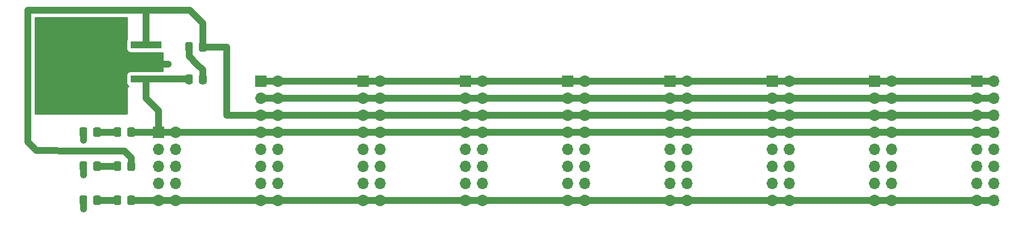
<source format=gbr>
G04 #@! TF.GenerationSoftware,KiCad,Pcbnew,(5.1.6-0-10_14)*
G04 #@! TF.CreationDate,2020-09-27T23:01:40+01:00*
G04 #@! TF.ProjectId,PSUExtensionBoard,50535545-7874-4656-9e73-696f6e426f61,rev?*
G04 #@! TF.SameCoordinates,Original*
G04 #@! TF.FileFunction,Copper,L1,Top*
G04 #@! TF.FilePolarity,Positive*
%FSLAX46Y46*%
G04 Gerber Fmt 4.6, Leading zero omitted, Abs format (unit mm)*
G04 Created by KiCad (PCBNEW (5.1.6-0-10_14)) date 2020-09-27 23:01:40*
%MOMM*%
%LPD*%
G01*
G04 APERTURE LIST*
G04 #@! TA.AperFunction,SMDPad,CuDef*
%ADD10R,4.600000X1.100000*%
G04 #@! TD*
G04 #@! TA.AperFunction,SMDPad,CuDef*
%ADD11R,9.400000X10.800000*%
G04 #@! TD*
G04 #@! TA.AperFunction,ComponentPad*
%ADD12R,1.700000X1.700000*%
G04 #@! TD*
G04 #@! TA.AperFunction,ComponentPad*
%ADD13O,1.700000X1.700000*%
G04 #@! TD*
G04 #@! TA.AperFunction,ViaPad*
%ADD14C,0.800000*%
G04 #@! TD*
G04 #@! TA.AperFunction,Conductor*
%ADD15C,1.000000*%
G04 #@! TD*
G04 #@! TA.AperFunction,Conductor*
%ADD16C,0.254000*%
G04 #@! TD*
G04 APERTURE END LIST*
D10*
X66735000Y-92392500D03*
X66735000Y-89852500D03*
X66735000Y-87312500D03*
D11*
X57585000Y-89852500D03*
G04 #@! TA.AperFunction,SMDPad,CuDef*
G36*
G01*
X72568000Y-92906001D02*
X72568000Y-92005999D01*
G75*
G02*
X72817999Y-91756000I249999J0D01*
G01*
X73468001Y-91756000D01*
G75*
G02*
X73718000Y-92005999I0J-249999D01*
G01*
X73718000Y-92906001D01*
G75*
G02*
X73468001Y-93156000I-249999J0D01*
G01*
X72817999Y-93156000D01*
G75*
G02*
X72568000Y-92906001I0J249999D01*
G01*
G37*
G04 #@! TD.AperFunction*
G04 #@! TA.AperFunction,SMDPad,CuDef*
G36*
G01*
X74618000Y-92906001D02*
X74618000Y-92005999D01*
G75*
G02*
X74867999Y-91756000I249999J0D01*
G01*
X75518001Y-91756000D01*
G75*
G02*
X75768000Y-92005999I0J-249999D01*
G01*
X75768000Y-92906001D01*
G75*
G02*
X75518001Y-93156000I-249999J0D01*
G01*
X74867999Y-93156000D01*
G75*
G02*
X74618000Y-92906001I0J249999D01*
G01*
G37*
G04 #@! TD.AperFunction*
G04 #@! TA.AperFunction,SMDPad,CuDef*
G36*
G01*
X73718000Y-87179999D02*
X73718000Y-88080001D01*
G75*
G02*
X73468001Y-88330000I-249999J0D01*
G01*
X72817999Y-88330000D01*
G75*
G02*
X72568000Y-88080001I0J249999D01*
G01*
X72568000Y-87179999D01*
G75*
G02*
X72817999Y-86930000I249999J0D01*
G01*
X73468001Y-86930000D01*
G75*
G02*
X73718000Y-87179999I0J-249999D01*
G01*
G37*
G04 #@! TD.AperFunction*
G04 #@! TA.AperFunction,SMDPad,CuDef*
G36*
G01*
X75768000Y-87179999D02*
X75768000Y-88080001D01*
G75*
G02*
X75518001Y-88330000I-249999J0D01*
G01*
X74867999Y-88330000D01*
G75*
G02*
X74618000Y-88080001I0J249999D01*
G01*
X74618000Y-87179999D01*
G75*
G02*
X74867999Y-86930000I249999J0D01*
G01*
X75518001Y-86930000D01*
G75*
G02*
X75768000Y-87179999I0J-249999D01*
G01*
G37*
G04 #@! TD.AperFunction*
G04 #@! TA.AperFunction,SMDPad,CuDef*
G36*
G01*
X56820000Y-105860001D02*
X56820000Y-104959999D01*
G75*
G02*
X57069999Y-104710000I249999J0D01*
G01*
X57720001Y-104710000D01*
G75*
G02*
X57970000Y-104959999I0J-249999D01*
G01*
X57970000Y-105860001D01*
G75*
G02*
X57720001Y-106110000I-249999J0D01*
G01*
X57069999Y-106110000D01*
G75*
G02*
X56820000Y-105860001I0J249999D01*
G01*
G37*
G04 #@! TD.AperFunction*
G04 #@! TA.AperFunction,SMDPad,CuDef*
G36*
G01*
X58870000Y-105860001D02*
X58870000Y-104959999D01*
G75*
G02*
X59119999Y-104710000I249999J0D01*
G01*
X59770001Y-104710000D01*
G75*
G02*
X60020000Y-104959999I0J-249999D01*
G01*
X60020000Y-105860001D01*
G75*
G02*
X59770001Y-106110000I-249999J0D01*
G01*
X59119999Y-106110000D01*
G75*
G02*
X58870000Y-105860001I0J249999D01*
G01*
G37*
G04 #@! TD.AperFunction*
G04 #@! TA.AperFunction,SMDPad,CuDef*
G36*
G01*
X57970000Y-110039999D02*
X57970000Y-110940001D01*
G75*
G02*
X57720001Y-111190000I-249999J0D01*
G01*
X57069999Y-111190000D01*
G75*
G02*
X56820000Y-110940001I0J249999D01*
G01*
X56820000Y-110039999D01*
G75*
G02*
X57069999Y-109790000I249999J0D01*
G01*
X57720001Y-109790000D01*
G75*
G02*
X57970000Y-110039999I0J-249999D01*
G01*
G37*
G04 #@! TD.AperFunction*
G04 #@! TA.AperFunction,SMDPad,CuDef*
G36*
G01*
X60020000Y-110039999D02*
X60020000Y-110940001D01*
G75*
G02*
X59770001Y-111190000I-249999J0D01*
G01*
X59119999Y-111190000D01*
G75*
G02*
X58870000Y-110940001I0J249999D01*
G01*
X58870000Y-110039999D01*
G75*
G02*
X59119999Y-109790000I249999J0D01*
G01*
X59770001Y-109790000D01*
G75*
G02*
X60020000Y-110039999I0J-249999D01*
G01*
G37*
G04 #@! TD.AperFunction*
G04 #@! TA.AperFunction,SMDPad,CuDef*
G36*
G01*
X56820000Y-100780001D02*
X56820000Y-99879999D01*
G75*
G02*
X57069999Y-99630000I249999J0D01*
G01*
X57720001Y-99630000D01*
G75*
G02*
X57970000Y-99879999I0J-249999D01*
G01*
X57970000Y-100780001D01*
G75*
G02*
X57720001Y-101030000I-249999J0D01*
G01*
X57069999Y-101030000D01*
G75*
G02*
X56820000Y-100780001I0J249999D01*
G01*
G37*
G04 #@! TD.AperFunction*
G04 #@! TA.AperFunction,SMDPad,CuDef*
G36*
G01*
X58870000Y-100780001D02*
X58870000Y-99879999D01*
G75*
G02*
X59119999Y-99630000I249999J0D01*
G01*
X59770001Y-99630000D01*
G75*
G02*
X60020000Y-99879999I0J-249999D01*
G01*
X60020000Y-100780001D01*
G75*
G02*
X59770001Y-101030000I-249999J0D01*
G01*
X59119999Y-101030000D01*
G75*
G02*
X58870000Y-100780001I0J249999D01*
G01*
G37*
G04 #@! TD.AperFunction*
D12*
X68580000Y-100330000D03*
D13*
X71120000Y-100330000D03*
X68580000Y-102870000D03*
X71120000Y-102870000D03*
X68580000Y-105410000D03*
X71120000Y-105410000D03*
X68580000Y-107950000D03*
X71120000Y-107950000D03*
X68580000Y-110490000D03*
X71120000Y-110490000D03*
D12*
X83820000Y-92710000D03*
D13*
X86360000Y-92710000D03*
X83820000Y-95250000D03*
X86360000Y-95250000D03*
X83820000Y-97790000D03*
X86360000Y-97790000D03*
X83820000Y-100330000D03*
X86360000Y-100330000D03*
X83820000Y-102870000D03*
X86360000Y-102870000D03*
X83820000Y-105410000D03*
X86360000Y-105410000D03*
X83820000Y-107950000D03*
X86360000Y-107950000D03*
X83820000Y-110490000D03*
X86360000Y-110490000D03*
X101600000Y-110490000D03*
X99060000Y-110490000D03*
X101600000Y-107950000D03*
X99060000Y-107950000D03*
X101600000Y-105410000D03*
X99060000Y-105410000D03*
X101600000Y-102870000D03*
X99060000Y-102870000D03*
X101600000Y-100330000D03*
X99060000Y-100330000D03*
X101600000Y-97790000D03*
X99060000Y-97790000D03*
X101600000Y-95250000D03*
X99060000Y-95250000D03*
X101600000Y-92710000D03*
D12*
X99060000Y-92710000D03*
X114300000Y-92710000D03*
D13*
X116840000Y-92710000D03*
X114300000Y-95250000D03*
X116840000Y-95250000D03*
X114300000Y-97790000D03*
X116840000Y-97790000D03*
X114300000Y-100330000D03*
X116840000Y-100330000D03*
X114300000Y-102870000D03*
X116840000Y-102870000D03*
X114300000Y-105410000D03*
X116840000Y-105410000D03*
X114300000Y-107950000D03*
X116840000Y-107950000D03*
X114300000Y-110490000D03*
X116840000Y-110490000D03*
X132080000Y-110490000D03*
X129540000Y-110490000D03*
X132080000Y-107950000D03*
X129540000Y-107950000D03*
X132080000Y-105410000D03*
X129540000Y-105410000D03*
X132080000Y-102870000D03*
X129540000Y-102870000D03*
X132080000Y-100330000D03*
X129540000Y-100330000D03*
X132080000Y-97790000D03*
X129540000Y-97790000D03*
X132080000Y-95250000D03*
X129540000Y-95250000D03*
X132080000Y-92710000D03*
D12*
X129540000Y-92710000D03*
X144780000Y-92710000D03*
D13*
X147320000Y-92710000D03*
X144780000Y-95250000D03*
X147320000Y-95250000D03*
X144780000Y-97790000D03*
X147320000Y-97790000D03*
X144780000Y-100330000D03*
X147320000Y-100330000D03*
X144780000Y-102870000D03*
X147320000Y-102870000D03*
X144780000Y-105410000D03*
X147320000Y-105410000D03*
X144780000Y-107950000D03*
X147320000Y-107950000D03*
X144780000Y-110490000D03*
X147320000Y-110490000D03*
X162560000Y-110490000D03*
X160020000Y-110490000D03*
X162560000Y-107950000D03*
X160020000Y-107950000D03*
X162560000Y-105410000D03*
X160020000Y-105410000D03*
X162560000Y-102870000D03*
X160020000Y-102870000D03*
X162560000Y-100330000D03*
X160020000Y-100330000D03*
X162560000Y-97790000D03*
X160020000Y-97790000D03*
X162560000Y-95250000D03*
X160020000Y-95250000D03*
X162560000Y-92710000D03*
D12*
X160020000Y-92710000D03*
X175260000Y-92710000D03*
D13*
X177800000Y-92710000D03*
X175260000Y-95250000D03*
X177800000Y-95250000D03*
X175260000Y-97790000D03*
X177800000Y-97790000D03*
X175260000Y-100330000D03*
X177800000Y-100330000D03*
X175260000Y-102870000D03*
X177800000Y-102870000D03*
X175260000Y-105410000D03*
X177800000Y-105410000D03*
X175260000Y-107950000D03*
X177800000Y-107950000D03*
X175260000Y-110490000D03*
X177800000Y-110490000D03*
X193040000Y-110490000D03*
X190500000Y-110490000D03*
X193040000Y-107950000D03*
X190500000Y-107950000D03*
X193040000Y-105410000D03*
X190500000Y-105410000D03*
X193040000Y-102870000D03*
X190500000Y-102870000D03*
X193040000Y-100330000D03*
X190500000Y-100330000D03*
X193040000Y-97790000D03*
X190500000Y-97790000D03*
X193040000Y-95250000D03*
X190500000Y-95250000D03*
X193040000Y-92710000D03*
D12*
X190500000Y-92710000D03*
G04 #@! TA.AperFunction,SMDPad,CuDef*
G36*
G01*
X61900000Y-105860001D02*
X61900000Y-104959999D01*
G75*
G02*
X62149999Y-104710000I249999J0D01*
G01*
X62800001Y-104710000D01*
G75*
G02*
X63050000Y-104959999I0J-249999D01*
G01*
X63050000Y-105860001D01*
G75*
G02*
X62800001Y-106110000I-249999J0D01*
G01*
X62149999Y-106110000D01*
G75*
G02*
X61900000Y-105860001I0J249999D01*
G01*
G37*
G04 #@! TD.AperFunction*
G04 #@! TA.AperFunction,SMDPad,CuDef*
G36*
G01*
X63950000Y-105860001D02*
X63950000Y-104959999D01*
G75*
G02*
X64199999Y-104710000I249999J0D01*
G01*
X64850001Y-104710000D01*
G75*
G02*
X65100000Y-104959999I0J-249999D01*
G01*
X65100000Y-105860001D01*
G75*
G02*
X64850001Y-106110000I-249999J0D01*
G01*
X64199999Y-106110000D01*
G75*
G02*
X63950000Y-105860001I0J249999D01*
G01*
G37*
G04 #@! TD.AperFunction*
G04 #@! TA.AperFunction,SMDPad,CuDef*
G36*
G01*
X61900000Y-110940001D02*
X61900000Y-110039999D01*
G75*
G02*
X62149999Y-109790000I249999J0D01*
G01*
X62800001Y-109790000D01*
G75*
G02*
X63050000Y-110039999I0J-249999D01*
G01*
X63050000Y-110940001D01*
G75*
G02*
X62800001Y-111190000I-249999J0D01*
G01*
X62149999Y-111190000D01*
G75*
G02*
X61900000Y-110940001I0J249999D01*
G01*
G37*
G04 #@! TD.AperFunction*
G04 #@! TA.AperFunction,SMDPad,CuDef*
G36*
G01*
X63950000Y-110940001D02*
X63950000Y-110039999D01*
G75*
G02*
X64199999Y-109790000I249999J0D01*
G01*
X64850001Y-109790000D01*
G75*
G02*
X65100000Y-110039999I0J-249999D01*
G01*
X65100000Y-110940001D01*
G75*
G02*
X64850001Y-111190000I-249999J0D01*
G01*
X64199999Y-111190000D01*
G75*
G02*
X63950000Y-110940001I0J249999D01*
G01*
G37*
G04 #@! TD.AperFunction*
G04 #@! TA.AperFunction,SMDPad,CuDef*
G36*
G01*
X63050000Y-99879999D02*
X63050000Y-100780001D01*
G75*
G02*
X62800001Y-101030000I-249999J0D01*
G01*
X62149999Y-101030000D01*
G75*
G02*
X61900000Y-100780001I0J249999D01*
G01*
X61900000Y-99879999D01*
G75*
G02*
X62149999Y-99630000I249999J0D01*
G01*
X62800001Y-99630000D01*
G75*
G02*
X63050000Y-99879999I0J-249999D01*
G01*
G37*
G04 #@! TD.AperFunction*
G04 #@! TA.AperFunction,SMDPad,CuDef*
G36*
G01*
X65100000Y-99879999D02*
X65100000Y-100780001D01*
G75*
G02*
X64850001Y-101030000I-249999J0D01*
G01*
X64199999Y-101030000D01*
G75*
G02*
X63950000Y-100780001I0J249999D01*
G01*
X63950000Y-99879999D01*
G75*
G02*
X64199999Y-99630000I249999J0D01*
G01*
X64850001Y-99630000D01*
G75*
G02*
X65100000Y-99879999I0J-249999D01*
G01*
G37*
G04 #@! TD.AperFunction*
D14*
X74295000Y-90170000D03*
X70035000Y-90170000D03*
X50800000Y-96901000D03*
X50800000Y-83883500D03*
X52350000Y-83883500D03*
X53900000Y-83883500D03*
X55450000Y-83883500D03*
X57000000Y-83883500D03*
X58550000Y-83883500D03*
X60100000Y-83883500D03*
X61650000Y-83883500D03*
X63200000Y-83883500D03*
X52350000Y-96901000D03*
X53900000Y-96901000D03*
X55450000Y-96901000D03*
X57000000Y-96901000D03*
X58550000Y-96901000D03*
X60100000Y-96901000D03*
X61650000Y-96901000D03*
X63200000Y-96901000D03*
X50800000Y-85333500D03*
X50800000Y-86783500D03*
X50800000Y-88233500D03*
X50800000Y-89683500D03*
X50800000Y-91133500D03*
X50800000Y-92583500D03*
X50800000Y-94033500D03*
X50800000Y-95483500D03*
X57404000Y-111760000D03*
X57395000Y-101591000D03*
X57404000Y-106680000D03*
X52350000Y-85333500D03*
X52350000Y-86783500D03*
X52350000Y-88233500D03*
X52350000Y-89683500D03*
X52350000Y-91133500D03*
X52350000Y-92583500D03*
X52350000Y-94033500D03*
X52350000Y-95483500D03*
X53900000Y-95483500D03*
X55450000Y-95483500D03*
X57000000Y-95483500D03*
X58550000Y-95483500D03*
X60100000Y-95483500D03*
X61650000Y-95483500D03*
X63200000Y-95483500D03*
D15*
X73143000Y-87630000D02*
X73143000Y-89018000D01*
X73143000Y-89018000D02*
X74295000Y-90170000D01*
X75193000Y-91068000D02*
X74295000Y-90170000D01*
X75193000Y-92710000D02*
X75193000Y-91068000D01*
X66735000Y-90170000D02*
X70035000Y-90170000D01*
X66735000Y-90170000D02*
X57585000Y-90170000D01*
X57404000Y-110499000D02*
X57404000Y-111760000D01*
X57395000Y-100330000D02*
X57395000Y-101591000D01*
X57404000Y-105165000D02*
X57404000Y-106680000D01*
X59445000Y-110490000D02*
X62230000Y-110490000D01*
X59690000Y-100330000D02*
X62230000Y-100330000D01*
X66735000Y-95310000D02*
X66738500Y-92392500D01*
X68580000Y-97155000D02*
X66735000Y-95310000D01*
X68580000Y-100330000D02*
X68580000Y-97155000D01*
X72825500Y-92392500D02*
X73143000Y-92710000D01*
X66735000Y-92392500D02*
X72825500Y-92392500D01*
X64643000Y-100330000D02*
X193040000Y-100330000D01*
X83820000Y-97790000D02*
X193040000Y-97790000D01*
X75193000Y-87630000D02*
X78740000Y-87630000D01*
X78740000Y-87630000D02*
X78740000Y-97790000D01*
X78740000Y-97790000D02*
X83820000Y-97790000D01*
X75193000Y-84083000D02*
X75193000Y-87630000D01*
X73240010Y-82130010D02*
X75193000Y-84083000D01*
X66675000Y-82130010D02*
X73240010Y-82130010D01*
X66735000Y-82130010D02*
X66738500Y-87312500D01*
X49110010Y-82130010D02*
X66735000Y-82130010D01*
X49110010Y-101815010D02*
X49110010Y-82130010D01*
X50410000Y-103115000D02*
X49110010Y-101815010D01*
X56896000Y-103124000D02*
X50410000Y-103115000D01*
X63500000Y-103124000D02*
X56896000Y-103124000D01*
X64525000Y-104149000D02*
X63500000Y-103124000D01*
X64525000Y-105410000D02*
X64525000Y-104149000D01*
X59445000Y-105410000D02*
X62475000Y-105410000D01*
X64579500Y-110490000D02*
X193040000Y-110490000D01*
X83820000Y-92710000D02*
X193040000Y-92710000D01*
X193040000Y-95250000D02*
X83820000Y-95250000D01*
D16*
G36*
X63881000Y-86451901D02*
G01*
X63845498Y-86518320D01*
X63809188Y-86638018D01*
X63796928Y-86762500D01*
X63796928Y-87862500D01*
X63809188Y-87986982D01*
X63845498Y-88106680D01*
X63904463Y-88216994D01*
X63983815Y-88313685D01*
X64080506Y-88393037D01*
X64190820Y-88452002D01*
X64310518Y-88488312D01*
X64435000Y-88500572D01*
X69035000Y-88500572D01*
X69159482Y-88488312D01*
X69215000Y-88471471D01*
X69215000Y-91233529D01*
X69159482Y-91216688D01*
X69035000Y-91204428D01*
X64435000Y-91204428D01*
X64310518Y-91216688D01*
X64190820Y-91252998D01*
X64080506Y-91311963D01*
X63983815Y-91391315D01*
X63904463Y-91488006D01*
X63845498Y-91598320D01*
X63809188Y-91718018D01*
X63796928Y-91842500D01*
X63796928Y-92942500D01*
X63809188Y-93066982D01*
X63845498Y-93186680D01*
X63904463Y-93296994D01*
X63983815Y-93393685D01*
X64079242Y-93472000D01*
X64008000Y-93472000D01*
X63983224Y-93474440D01*
X63959399Y-93481667D01*
X63937443Y-93493403D01*
X63918197Y-93509197D01*
X63902403Y-93528443D01*
X63890667Y-93550399D01*
X63883440Y-93574224D01*
X63881000Y-93599000D01*
X63881000Y-97536000D01*
X50245010Y-97536000D01*
X50245010Y-83265010D01*
X63881000Y-83265010D01*
X63881000Y-86451901D01*
G37*
X63881000Y-86451901D02*
X63845498Y-86518320D01*
X63809188Y-86638018D01*
X63796928Y-86762500D01*
X63796928Y-87862500D01*
X63809188Y-87986982D01*
X63845498Y-88106680D01*
X63904463Y-88216994D01*
X63983815Y-88313685D01*
X64080506Y-88393037D01*
X64190820Y-88452002D01*
X64310518Y-88488312D01*
X64435000Y-88500572D01*
X69035000Y-88500572D01*
X69159482Y-88488312D01*
X69215000Y-88471471D01*
X69215000Y-91233529D01*
X69159482Y-91216688D01*
X69035000Y-91204428D01*
X64435000Y-91204428D01*
X64310518Y-91216688D01*
X64190820Y-91252998D01*
X64080506Y-91311963D01*
X63983815Y-91391315D01*
X63904463Y-91488006D01*
X63845498Y-91598320D01*
X63809188Y-91718018D01*
X63796928Y-91842500D01*
X63796928Y-92942500D01*
X63809188Y-93066982D01*
X63845498Y-93186680D01*
X63904463Y-93296994D01*
X63983815Y-93393685D01*
X64079242Y-93472000D01*
X64008000Y-93472000D01*
X63983224Y-93474440D01*
X63959399Y-93481667D01*
X63937443Y-93493403D01*
X63918197Y-93509197D01*
X63902403Y-93528443D01*
X63890667Y-93550399D01*
X63883440Y-93574224D01*
X63881000Y-93599000D01*
X63881000Y-97536000D01*
X50245010Y-97536000D01*
X50245010Y-83265010D01*
X63881000Y-83265010D01*
X63881000Y-86451901D01*
M02*

</source>
